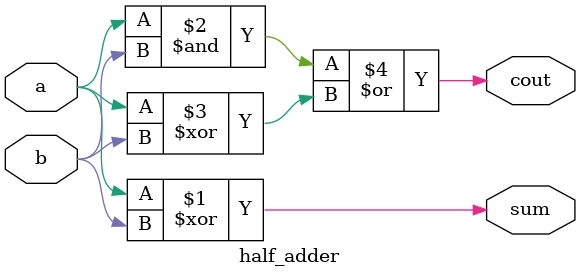
<source format=v>
module half_adder( 
input a, b,
output cout, sum );
	assign sum = a ^ b;
	assign cout = (a & b) | (a ^ b);
endmodule

</source>
